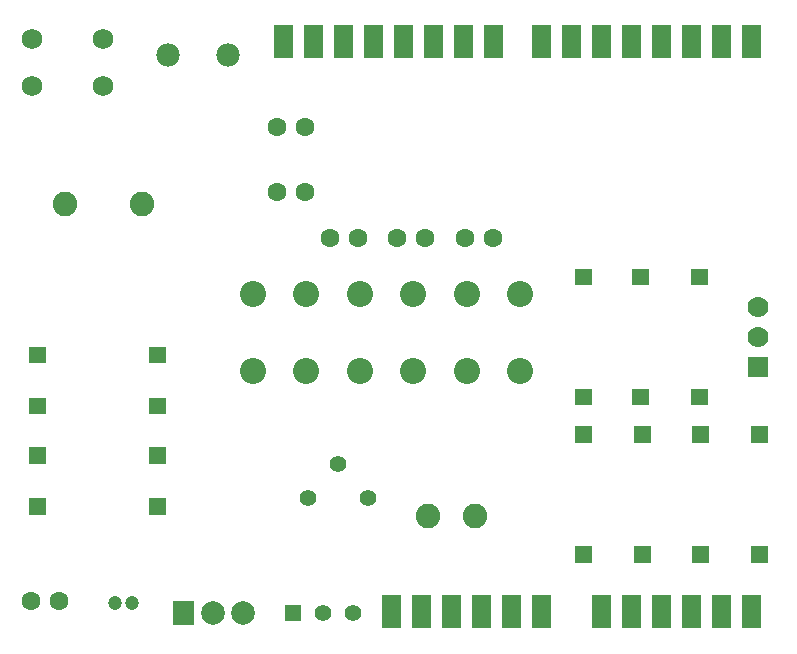
<source format=gts>
G04 Layer: TopSolderMaskLayer*
G04 EasyEDA v6.4.7, 2020-11-04T13:22:21+08:00*
G04 c75b3099a9074dceb9129db7a55e819f,07195eaca447455c8232cfd30933a766,10*
G04 Gerber Generator version 0.2*
G04 Scale: 100 percent, Rotated: No, Reflected: No *
G04 Dimensions in inches *
G04 leading zeros omitted , absolute positions ,2 integer and 4 decimal *
%FSLAX24Y24*%
%MOIN*%
G90*
D02*

%ADD14C,0.070000*%
%ADD33C,0.055200*%
%ADD34C,0.078000*%
%ADD35C,0.078866*%
%ADD37C,0.086740*%
%ADD38R,0.070000X0.070000*%
%ADD41C,0.068000*%
%ADD42C,0.082000*%
%ADD43C,0.063120*%
%ADD44C,0.047370*%

%LPD*%
G36*
G01X9373Y673D02*
G01X9373Y1226D01*
G01X9926Y1226D01*
G01X9926Y673D01*
G01X9373Y673D01*
G37*
G54D33*
G01X10650Y950D03*
G01X11650Y950D03*
G54D34*
G01X7500Y19550D03*
G01X5500Y19550D03*
G54D35*
G01X8000Y950D03*
G01X7000Y950D03*
G36*
G01X5650Y555D02*
G01X5650Y1344D01*
G01X6350Y1344D01*
G01X6350Y555D01*
G01X5650Y555D01*
G37*
G54D37*
G01X10085Y9020D03*
G01X10085Y11579D03*
G01X8314Y11579D03*
G01X8314Y9020D03*
G01X13660Y9020D03*
G01X13660Y11579D03*
G01X11889Y11579D03*
G01X11889Y9020D03*
G01X17235Y9020D03*
G01X17235Y11579D03*
G01X15464Y11579D03*
G01X15464Y9020D03*
G54D14*
G01X25150Y11150D03*
G01X25150Y10150D03*
G54D38*
G01X25150Y9150D03*
G36*
G01X9031Y19459D02*
G01X9031Y20540D01*
G01X9668Y20540D01*
G01X9668Y19459D01*
G01X9031Y19459D01*
G37*
G36*
G01X10031Y19459D02*
G01X10031Y20540D01*
G01X10668Y20540D01*
G01X10668Y19459D01*
G01X10031Y19459D01*
G37*
G36*
G01X11031Y19459D02*
G01X11031Y20540D01*
G01X11668Y20540D01*
G01X11668Y19459D01*
G01X11031Y19459D01*
G37*
G36*
G01X12031Y19459D02*
G01X12031Y20540D01*
G01X12668Y20540D01*
G01X12668Y19459D01*
G01X12031Y19459D01*
G37*
G36*
G01X13031Y19459D02*
G01X13031Y20540D01*
G01X13668Y20540D01*
G01X13668Y19459D01*
G01X13031Y19459D01*
G37*
G36*
G01X14031Y19459D02*
G01X14031Y20540D01*
G01X14668Y20540D01*
G01X14668Y19459D01*
G01X14031Y19459D01*
G37*
G36*
G01X15031Y19459D02*
G01X15031Y20540D01*
G01X15668Y20540D01*
G01X15668Y19459D01*
G01X15031Y19459D01*
G37*
G36*
G01X16031Y19459D02*
G01X16031Y20540D01*
G01X16668Y20540D01*
G01X16668Y19459D01*
G01X16031Y19459D01*
G37*
G36*
G01X17631Y19459D02*
G01X17631Y20540D01*
G01X18268Y20540D01*
G01X18268Y19459D01*
G01X17631Y19459D01*
G37*
G36*
G01X18631Y19459D02*
G01X18631Y20540D01*
G01X19268Y20540D01*
G01X19268Y19459D01*
G01X18631Y19459D01*
G37*
G36*
G01X19631Y19459D02*
G01X19631Y20540D01*
G01X20268Y20540D01*
G01X20268Y19459D01*
G01X19631Y19459D01*
G37*
G36*
G01X20631Y19459D02*
G01X20631Y20540D01*
G01X21268Y20540D01*
G01X21268Y19459D01*
G01X20631Y19459D01*
G37*
G36*
G01X21631Y19459D02*
G01X21631Y20540D01*
G01X22268Y20540D01*
G01X22268Y19459D01*
G01X21631Y19459D01*
G37*
G36*
G01X22631Y19459D02*
G01X22631Y20540D01*
G01X23268Y20540D01*
G01X23268Y19459D01*
G01X22631Y19459D01*
G37*
G36*
G01X23631Y19459D02*
G01X23631Y20540D01*
G01X24268Y20540D01*
G01X24268Y19459D01*
G01X23631Y19459D01*
G37*
G36*
G01X24631Y19459D02*
G01X24631Y20540D01*
G01X25268Y20540D01*
G01X25268Y19459D01*
G01X24631Y19459D01*
G37*
G36*
G01X12631Y457D02*
G01X12631Y1540D01*
G01X13268Y1540D01*
G01X13268Y457D01*
G01X12631Y457D01*
G37*
G36*
G01X13631Y457D02*
G01X13631Y1540D01*
G01X14268Y1540D01*
G01X14268Y457D01*
G01X13631Y457D01*
G37*
G36*
G01X14631Y457D02*
G01X14631Y1540D01*
G01X15268Y1540D01*
G01X15268Y457D01*
G01X14631Y457D01*
G37*
G36*
G01X15631Y457D02*
G01X15631Y1540D01*
G01X16268Y1540D01*
G01X16268Y457D01*
G01X15631Y457D01*
G37*
G36*
G01X16631Y457D02*
G01X16631Y1540D01*
G01X17268Y1540D01*
G01X17268Y457D01*
G01X16631Y457D01*
G37*
G36*
G01X17631Y457D02*
G01X17631Y1540D01*
G01X18268Y1540D01*
G01X18268Y457D01*
G01X17631Y457D01*
G37*
G36*
G01X19631Y457D02*
G01X19631Y1540D01*
G01X20268Y1540D01*
G01X20268Y457D01*
G01X19631Y457D01*
G37*
G36*
G01X20631Y457D02*
G01X20631Y1540D01*
G01X21268Y1540D01*
G01X21268Y457D01*
G01X20631Y457D01*
G37*
G36*
G01X21631Y457D02*
G01X21631Y1540D01*
G01X22268Y1540D01*
G01X22268Y457D01*
G01X21631Y457D01*
G37*
G36*
G01X22631Y457D02*
G01X22631Y1540D01*
G01X23268Y1540D01*
G01X23268Y457D01*
G01X22631Y457D01*
G37*
G36*
G01X23631Y457D02*
G01X23631Y1540D01*
G01X24268Y1540D01*
G01X24268Y457D01*
G01X23631Y457D01*
G37*
G36*
G01X24631Y457D02*
G01X24631Y1540D01*
G01X25268Y1540D01*
G01X25268Y457D01*
G01X24631Y457D01*
G37*
G36*
G01X872Y7571D02*
G01X872Y8128D01*
G01X1428Y8128D01*
G01X1428Y7571D01*
G01X872Y7571D01*
G37*
G36*
G01X4872Y7571D02*
G01X4872Y8128D01*
G01X5428Y8128D01*
G01X5428Y7571D01*
G01X4872Y7571D01*
G37*
G36*
G01X872Y5921D02*
G01X872Y6478D01*
G01X1428Y6478D01*
G01X1428Y5921D01*
G01X872Y5921D01*
G37*
G36*
G01X4872Y5921D02*
G01X4872Y6478D01*
G01X5428Y6478D01*
G01X5428Y5921D01*
G01X4872Y5921D01*
G37*
G36*
G01X872Y4221D02*
G01X872Y4778D01*
G01X1428Y4778D01*
G01X1428Y4221D01*
G01X872Y4221D01*
G37*
G36*
G01X4872Y4221D02*
G01X4872Y4778D01*
G01X5428Y4778D01*
G01X5428Y4221D01*
G01X4872Y4221D01*
G37*
G36*
G01X19072Y7871D02*
G01X19072Y8428D01*
G01X19628Y8428D01*
G01X19628Y7871D01*
G01X19072Y7871D01*
G37*
G36*
G01X19072Y11871D02*
G01X19072Y12428D01*
G01X19628Y12428D01*
G01X19628Y11871D01*
G01X19072Y11871D01*
G37*
G36*
G01X872Y9271D02*
G01X872Y9828D01*
G01X1428Y9828D01*
G01X1428Y9271D01*
G01X872Y9271D01*
G37*
G36*
G01X4872Y9271D02*
G01X4872Y9828D01*
G01X5428Y9828D01*
G01X5428Y9271D01*
G01X4872Y9271D01*
G37*
G36*
G01X20972Y7871D02*
G01X20972Y8428D01*
G01X21528Y8428D01*
G01X21528Y7871D01*
G01X20972Y7871D01*
G37*
G36*
G01X20972Y11871D02*
G01X20972Y12428D01*
G01X21528Y12428D01*
G01X21528Y11871D01*
G01X20972Y11871D01*
G37*
G36*
G01X22922Y7871D02*
G01X22922Y8428D01*
G01X23478Y8428D01*
G01X23478Y7871D01*
G01X22922Y7871D01*
G37*
G36*
G01X22922Y11871D02*
G01X22922Y12428D01*
G01X23478Y12428D01*
G01X23478Y11871D01*
G01X22922Y11871D01*
G37*
G36*
G01X19072Y2621D02*
G01X19072Y3178D01*
G01X19628Y3178D01*
G01X19628Y2621D01*
G01X19072Y2621D01*
G37*
G36*
G01X19072Y6621D02*
G01X19072Y7178D01*
G01X19628Y7178D01*
G01X19628Y6621D01*
G01X19072Y6621D01*
G37*
G36*
G01X21022Y2621D02*
G01X21022Y3178D01*
G01X21578Y3178D01*
G01X21578Y2621D01*
G01X21022Y2621D01*
G37*
G36*
G01X21022Y6621D02*
G01X21022Y7178D01*
G01X21578Y7178D01*
G01X21578Y6621D01*
G01X21022Y6621D01*
G37*
G36*
G01X22972Y2621D02*
G01X22972Y3178D01*
G01X23528Y3178D01*
G01X23528Y2621D01*
G01X22972Y2621D01*
G37*
G36*
G01X22972Y6621D02*
G01X22972Y7178D01*
G01X23528Y7178D01*
G01X23528Y6621D01*
G01X22972Y6621D01*
G37*
G36*
G01X24922Y2621D02*
G01X24922Y3178D01*
G01X25478Y3178D01*
G01X25478Y2621D01*
G01X24922Y2621D01*
G37*
G36*
G01X24922Y6621D02*
G01X24922Y7178D01*
G01X25478Y7178D01*
G01X25478Y6621D01*
G01X24922Y6621D01*
G37*
G54D33*
G01X12150Y4790D03*
G01X10150Y4790D03*
G01X11150Y5909D03*
G54D41*
G01X3311Y20100D03*
G01X950Y20100D03*
G01X3311Y18525D03*
G01X950Y18525D03*
G54D42*
G01X2069Y14600D03*
G01X4630Y14600D03*
G01X14160Y4200D03*
G01X15739Y4200D03*
G54D43*
G01X9127Y17150D03*
G01X10072Y17150D03*
G01X9127Y15000D03*
G01X10072Y15000D03*
G01X10877Y13450D03*
G01X11822Y13450D03*
G01X13127Y13450D03*
G01X14072Y13450D03*
G01X15377Y13450D03*
G01X16322Y13450D03*
G01X927Y1350D03*
G01X1872Y1350D03*
G54D44*
G01X4300Y1300D03*
G01X3709Y1300D03*
M00*
M02*

</source>
